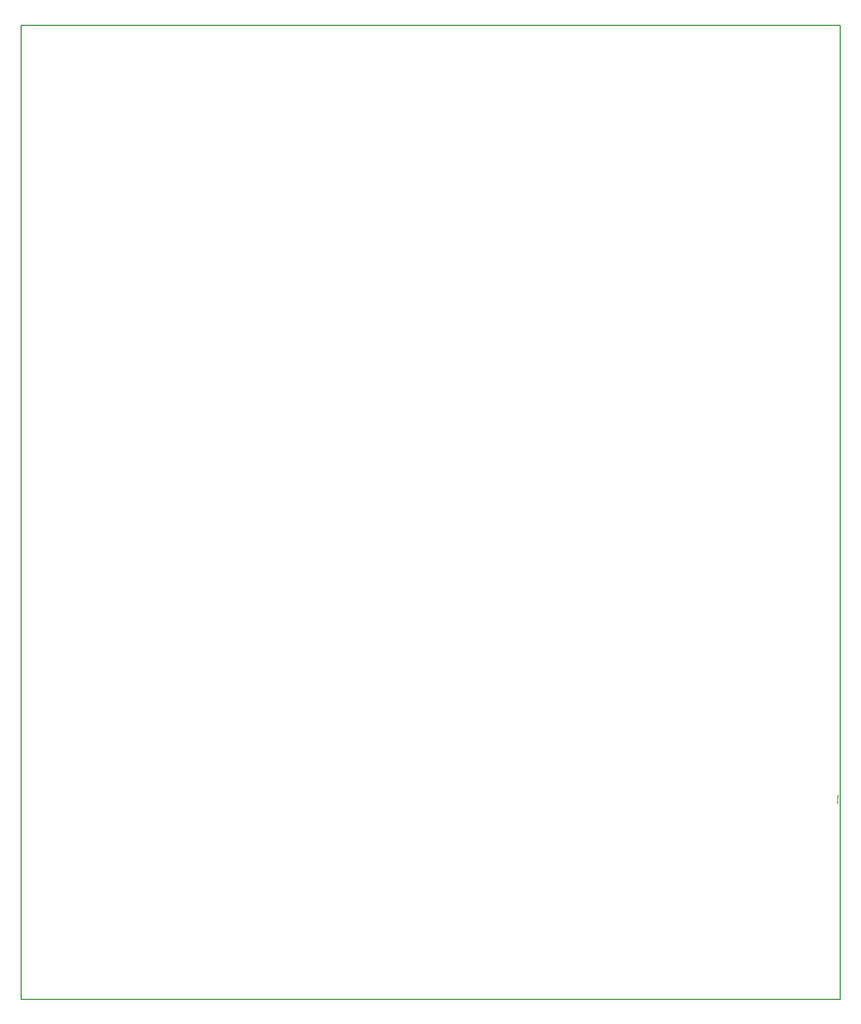
<source format=gm1>
%FSLAX25Y25*%
%MOIN*%
G70*
G01*
G75*
G04 Layer_Color=16711935*
%ADD10R,0.05906X0.05118*%
%ADD11R,0.05118X0.07874*%
%ADD12R,0.05118X0.05906*%
%ADD13R,0.07284X0.13780*%
%ADD14R,0.12047X0.03504*%
%ADD15R,0.33622X0.21063*%
%ADD16R,0.05906X0.08661*%
%ADD17R,0.07874X0.05118*%
G04:AMPARAMS|DCode=18|XSize=35.43mil|YSize=59.06mil|CornerRadius=0mil|HoleSize=0mil|Usage=FLASHONLY|Rotation=150.000|XOffset=0mil|YOffset=0mil|HoleType=Round|Shape=Round|*
%AMOVALD18*
21,1,0.02362,0.03543,0.00000,0.00000,240.0*
1,1,0.03543,0.00591,0.01023*
1,1,0.03543,-0.00591,-0.01023*
%
%ADD18OVALD18*%

G04:AMPARAMS|DCode=19|XSize=35.43mil|YSize=59.06mil|CornerRadius=0mil|HoleSize=0mil|Usage=FLASHONLY|Rotation=120.000|XOffset=0mil|YOffset=0mil|HoleType=Round|Shape=Round|*
%AMOVALD19*
21,1,0.02362,0.03543,0.00000,0.00000,210.0*
1,1,0.03543,0.01023,0.00591*
1,1,0.03543,-0.01023,-0.00591*
%
%ADD19OVALD19*%

G04:AMPARAMS|DCode=20|XSize=35.43mil|YSize=59.06mil|CornerRadius=0mil|HoleSize=0mil|Usage=FLASHONLY|Rotation=30.000|XOffset=0mil|YOffset=0mil|HoleType=Round|Shape=Round|*
%AMOVALD20*
21,1,0.02362,0.03543,0.00000,0.00000,120.0*
1,1,0.03543,0.00591,-0.01023*
1,1,0.03543,-0.00591,0.01023*
%
%ADD20OVALD20*%

G04:AMPARAMS|DCode=21|XSize=35.43mil|YSize=59.06mil|CornerRadius=0mil|HoleSize=0mil|Usage=FLASHONLY|Rotation=60.000|XOffset=0mil|YOffset=0mil|HoleType=Round|Shape=Round|*
%AMOVALD21*
21,1,0.02362,0.03543,0.00000,0.00000,150.0*
1,1,0.03543,0.01023,-0.00591*
1,1,0.03543,-0.01023,0.00591*
%
%ADD21OVALD21*%

%ADD22O,0.05906X0.03543*%
%ADD23O,0.03543X0.05906*%
%ADD24R,0.06600X0.13700*%
%ADD25R,0.11811X0.04409*%
%ADD26R,0.08012X0.05906*%
%ADD27R,0.05906X0.08012*%
%ADD28R,0.04331X0.04724*%
%ADD29R,0.04724X0.04331*%
%ADD30R,0.05906X0.02362*%
%ADD31R,0.03347X0.01969*%
%ADD32R,0.13780X0.07284*%
%ADD33O,0.01417X0.04961*%
%ADD34O,0.02756X0.05118*%
%ADD35C,0.01000*%
%ADD36C,0.03543*%
%ADD37C,0.03937*%
%ADD38C,0.03504*%
%ADD39C,0.02756*%
%ADD40C,0.01969*%
%ADD41C,0.01417*%
%ADD42R,0.05906X0.05906*%
%ADD43C,0.05906*%
%ADD44R,0.05906X0.05906*%
%ADD45C,0.05906*%
%ADD46C,0.06693*%
G04:AMPARAMS|DCode=47|XSize=66.93mil|YSize=66.93mil|CornerRadius=0mil|HoleSize=0mil|Usage=FLASHONLY|Rotation=180.000|XOffset=0mil|YOffset=0mil|HoleType=Round|Shape=Octagon|*
%AMOCTAGOND47*
4,1,8,-0.03347,0.01673,-0.03347,-0.01673,-0.01673,-0.03347,0.01673,-0.03347,0.03347,-0.01673,0.03347,0.01673,0.01673,0.03347,-0.01673,0.03347,-0.03347,0.01673,0.0*
%
%ADD47OCTAGOND47*%

%ADD48C,0.07087*%
%ADD49C,0.15748*%
%ADD50C,0.14961*%
%ADD51C,0.06299*%
%ADD52R,0.06299X0.06299*%
%ADD53C,0.07874*%
%ADD54R,0.07874X0.07874*%
%ADD55R,0.05906X0.05906*%
%ADD56R,0.11811X0.12205*%
%ADD57O,0.08000X0.15748*%
%ADD58C,0.09803*%
%ADD59R,0.23622X0.07874*%
%ADD60R,0.07874X0.23622*%
%ADD61C,0.04724*%
%ADD62C,0.05512*%
%ADD63C,0.07480*%
%ADD64O,0.03937X0.07874*%
%ADD65O,0.03937X0.07874*%
%ADD66C,0.11811*%
%ADD67C,0.02362*%
%ADD68C,0.00984*%
%ADD69C,0.00787*%
%ADD70C,0.02362*%
%ADD71C,0.00394*%
%ADD72C,0.00800*%
%ADD73C,0.02000*%
%ADD74C,0.00591*%
%ADD75C,0.00100*%
%ADD76C,0.01181*%
%ADD77C,0.01575*%
%ADD78R,0.11024X0.03150*%
%ADD79R,0.09000X0.09000*%
%ADD80R,0.10669X0.10138*%
%ADD81R,0.06496X0.05709*%
%ADD82R,0.05709X0.08465*%
%ADD83R,0.05709X0.06496*%
%ADD84R,0.07874X0.14370*%
%ADD85R,0.12638X0.04095*%
%ADD86R,0.34213X0.21654*%
%ADD87R,0.06496X0.09252*%
%ADD88R,0.08465X0.05709*%
G04:AMPARAMS|DCode=89|XSize=41.34mil|YSize=64.96mil|CornerRadius=0mil|HoleSize=0mil|Usage=FLASHONLY|Rotation=150.000|XOffset=0mil|YOffset=0mil|HoleType=Round|Shape=Round|*
%AMOVALD89*
21,1,0.02362,0.04134,0.00000,0.00000,240.0*
1,1,0.04134,0.00591,0.01023*
1,1,0.04134,-0.00591,-0.01023*
%
%ADD89OVALD89*%

G04:AMPARAMS|DCode=90|XSize=41.34mil|YSize=64.96mil|CornerRadius=0mil|HoleSize=0mil|Usage=FLASHONLY|Rotation=120.000|XOffset=0mil|YOffset=0mil|HoleType=Round|Shape=Round|*
%AMOVALD90*
21,1,0.02362,0.04134,0.00000,0.00000,210.0*
1,1,0.04134,0.01023,0.00591*
1,1,0.04134,-0.01023,-0.00591*
%
%ADD90OVALD90*%

G04:AMPARAMS|DCode=91|XSize=41.34mil|YSize=64.96mil|CornerRadius=0mil|HoleSize=0mil|Usage=FLASHONLY|Rotation=30.000|XOffset=0mil|YOffset=0mil|HoleType=Round|Shape=Round|*
%AMOVALD91*
21,1,0.02362,0.04134,0.00000,0.00000,120.0*
1,1,0.04134,0.00591,-0.01023*
1,1,0.04134,-0.00591,0.01023*
%
%ADD91OVALD91*%

G04:AMPARAMS|DCode=92|XSize=41.34mil|YSize=64.96mil|CornerRadius=0mil|HoleSize=0mil|Usage=FLASHONLY|Rotation=60.000|XOffset=0mil|YOffset=0mil|HoleType=Round|Shape=Round|*
%AMOVALD92*
21,1,0.02362,0.04134,0.00000,0.00000,150.0*
1,1,0.04134,0.01023,-0.00591*
1,1,0.04134,-0.01023,0.00591*
%
%ADD92OVALD92*%

%ADD93O,0.06496X0.04134*%
%ADD94O,0.04134X0.06496*%
%ADD95R,0.07191X0.14291*%
%ADD96R,0.12402X0.05000*%
%ADD97R,0.08603X0.06496*%
%ADD98R,0.06496X0.08603*%
%ADD99R,0.04921X0.05315*%
%ADD100R,0.05315X0.04921*%
%ADD101R,0.06496X0.02953*%
%ADD102R,0.03937X0.02559*%
%ADD103R,0.14370X0.07874*%
%ADD104O,0.02008X0.05551*%
%ADD105O,0.03347X0.05709*%
%ADD106R,0.06496X0.06496*%
%ADD107C,0.06496*%
%ADD108R,0.06496X0.06496*%
%ADD109C,0.06496*%
%ADD110C,0.07284*%
G04:AMPARAMS|DCode=111|XSize=72.84mil|YSize=72.84mil|CornerRadius=0mil|HoleSize=0mil|Usage=FLASHONLY|Rotation=180.000|XOffset=0mil|YOffset=0mil|HoleType=Round|Shape=Octagon|*
%AMOCTAGOND111*
4,1,8,-0.03642,0.01821,-0.03642,-0.01821,-0.01821,-0.03642,0.01821,-0.03642,0.03642,-0.01821,0.03642,0.01821,0.01821,0.03642,-0.01821,0.03642,-0.03642,0.01821,0.0*
%
%ADD111OCTAGOND111*%

%ADD112C,0.07677*%
%ADD113C,0.16339*%
%ADD114C,0.15551*%
%ADD115C,0.06890*%
%ADD116R,0.06890X0.06890*%
%ADD117C,0.08465*%
%ADD118R,0.08465X0.08465*%
%ADD119R,0.06496X0.06496*%
%ADD120R,0.12402X0.12795*%
%ADD121O,0.08591X0.16339*%
%ADD122C,0.10394*%
%ADD123R,0.24213X0.08465*%
%ADD124R,0.08465X0.24213*%
%ADD125C,0.05315*%
%ADD126C,0.06102*%
%ADD127C,0.08071*%
%ADD128O,0.04528X0.08465*%
%ADD129O,0.04528X0.08465*%
%ADD130C,0.12402*%
%ADD131C,0.02953*%
%ADD132C,0.00118*%
D35*
X766000Y50000D02*
Y901000D01*
X766000D02*
X766000D01*
X50000D02*
X766000D01*
X50000Y50000D02*
Y901000D01*
Y50000D02*
X766000D01*
D71*
X765500Y219181D02*
Y266819D01*
D132*
X764220Y220750D02*
X763236D01*
Y221242D01*
X763400Y221406D01*
X763728D01*
X763892Y221242D01*
Y220750D01*
X763400Y222390D02*
X763236Y222226D01*
Y221898D01*
X763400Y221734D01*
X764056D01*
X764220Y221898D01*
Y222226D01*
X764056Y222390D01*
X763236Y222718D02*
X764220D01*
Y223210D01*
X764056Y223374D01*
X763892D01*
X763728Y223210D01*
Y222718D01*
Y223210D01*
X763564Y223374D01*
X763400D01*
X763236Y223210D01*
Y222718D01*
Y225342D02*
Y224686D01*
X764220D01*
Y225342D01*
X763728Y224686D02*
Y225014D01*
X763236Y226326D02*
X764220D01*
Y225834D01*
X764056Y225670D01*
X763728D01*
X763564Y225834D01*
Y226326D01*
X764548Y226982D02*
Y227146D01*
X764384Y227309D01*
X763564D01*
Y226818D01*
X763728Y226654D01*
X764056D01*
X764220Y226818D01*
Y227309D01*
Y228130D02*
Y227801D01*
X764056Y227638D01*
X763728D01*
X763564Y227801D01*
Y228130D01*
X763728Y228293D01*
X763892D01*
Y227638D01*
M02*

</source>
